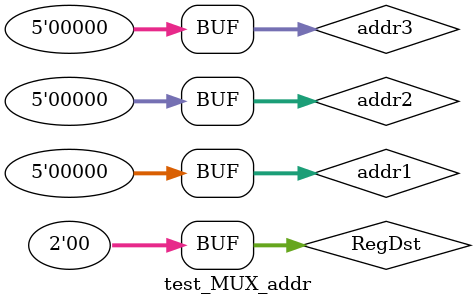
<source format=v>
`timescale 1ns / 1ps


module test_MUX_addr;

	// Inputs
	reg [4:0] addr1;
	reg [4:0] addr2;
	reg [4:0] addr3;
	reg [1:0] RegDst;

	// Outputs
	wire [4:0] addr_w;

	// Instantiate the Unit Under Test (UUT)
	MUX_addr uut (
		.addr1(addr1), 
		.addr2(addr2), 
		.addr3(addr3), 
		.RegDst(RegDst), 
		.addr_w(addr_w)
	);

	initial begin
		// Initialize Inputs
		addr1 = 0;
		addr2 = 0;
		addr3 = 0;
		RegDst = 0;

		// Wait 100 ns for global reset to finish
		#100;
        
		// Add stimulus here

	end
      
endmodule


</source>
